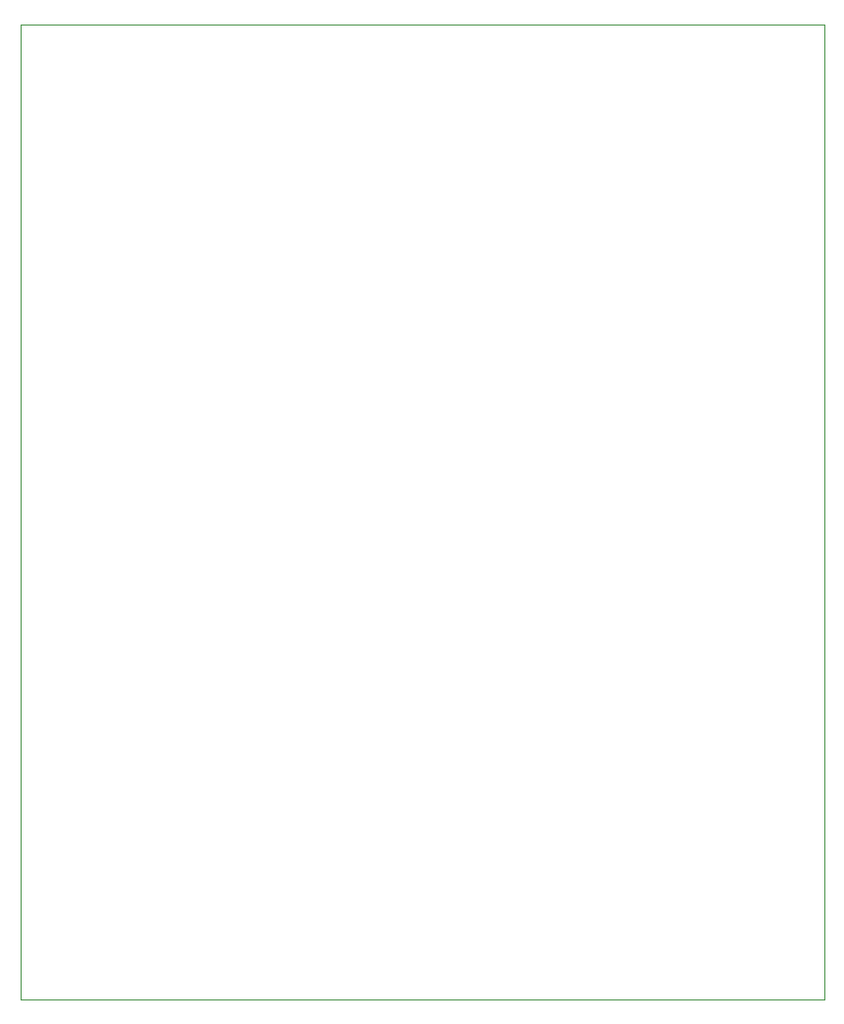
<source format=gbr>
G04*
G04 #@! TF.GenerationSoftware,Altium Limited,Altium Designer,22.9.1 (49)*
G04*
G04 Layer_Color=0*
%FSTAX24Y24*%
%MOIN*%
G70*
G04*
G04 #@! TF.SameCoordinates,D3726A14-7932-4F0B-9928-97F3702F6CAB*
G04*
G04*
G04 #@! TF.FilePolarity,Positive*
G04*
G01*
G75*
%ADD80C,0.0010*%
D80*
X0Y0D02*
Y0331D01*
X0273D01*
Y0D01*
X0D01*
M02*

</source>
